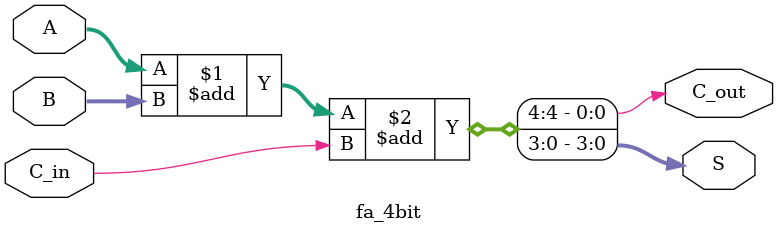
<source format=v>
module fa_4bit(S, C_out, A, B, C_in);
	output [3:0]S;
	output C_out;
	input [3:0]A,B;
	input C_in;
	assign{C_out,S}=A+B+C_in;
endmodule

</source>
